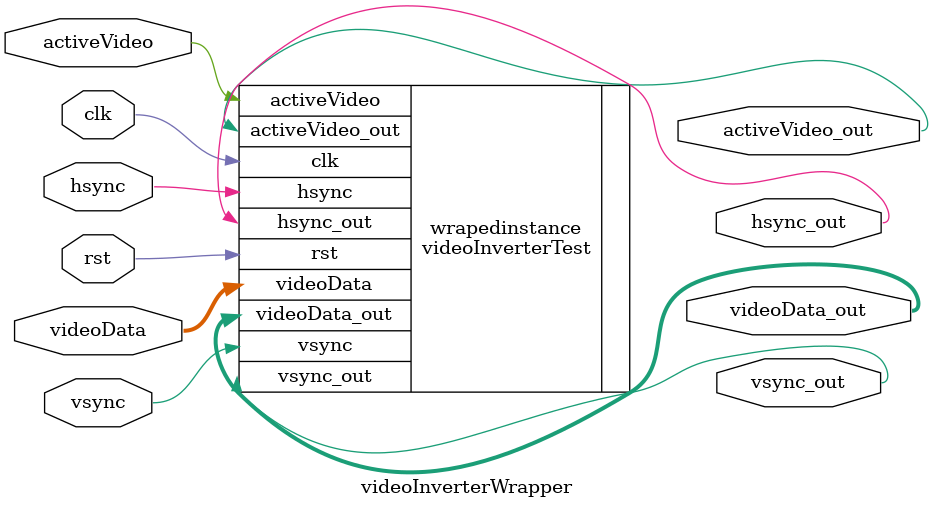
<source format=v>
`timescale 1ns / 1ps


module videoInverterWrapper(
    input  clk, rst,
    input  activeVideo,
    input  [23:0]videoData,
    input  vsync, hsync,
    output  activeVideo_out,
    output  [23:0]videoData_out,
    output  vsync_out, hsync_out
);
videoInverterTest wrapedinstance(
    .clk(clk), 
    .rst(rst),
    .activeVideo(activeVideo),
    .videoData(videoData),
    .vsync(vsync), 
    .hsync(hsync),
    .activeVideo_out(activeVideo_out),
    .videoData_out(videoData_out),
    .vsync_out(vsync_out), 
    .hsync_out(hsync_out)
    );  
endmodule

</source>
